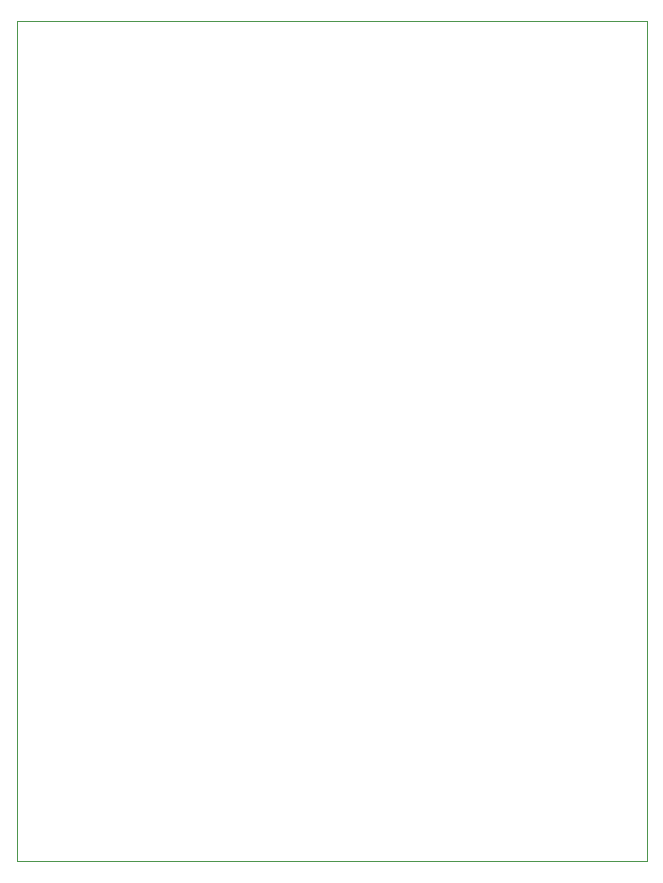
<source format=gm1>
%TF.GenerationSoftware,KiCad,Pcbnew,9.0.0*%
%TF.CreationDate,2025-06-14T22:04:31-04:00*%
%TF.ProjectId,equatorial-mount,65717561-746f-4726-9961-6c2d6d6f756e,rev?*%
%TF.SameCoordinates,Original*%
%TF.FileFunction,Profile,NP*%
%FSLAX46Y46*%
G04 Gerber Fmt 4.6, Leading zero omitted, Abs format (unit mm)*
G04 Created by KiCad (PCBNEW 9.0.0) date 2025-06-14 22:04:31*
%MOMM*%
%LPD*%
G01*
G04 APERTURE LIST*
%TA.AperFunction,Profile*%
%ADD10C,0.120000*%
%TD*%
G04 APERTURE END LIST*
D10*
X106680000Y-71120000D02*
X160020000Y-71120000D01*
X160020000Y-142240000D01*
X106680000Y-142240000D01*
X106680000Y-71120000D01*
M02*

</source>
